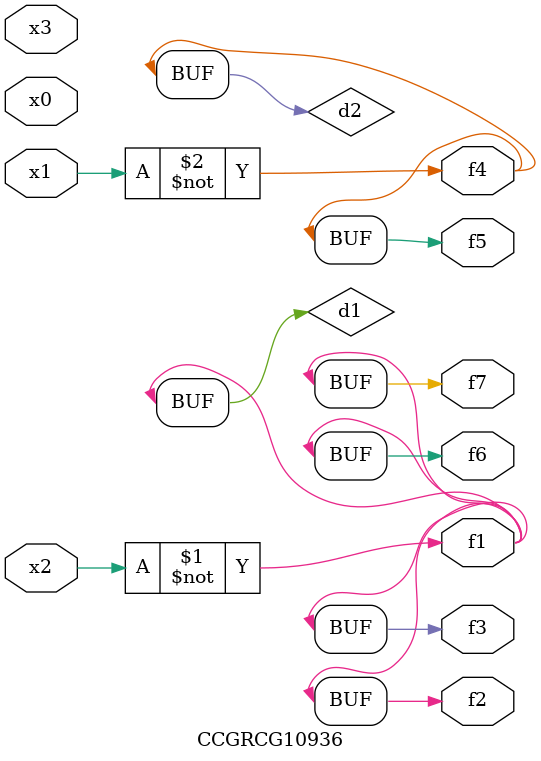
<source format=v>
module CCGRCG10936(
	input x0, x1, x2, x3,
	output f1, f2, f3, f4, f5, f6, f7
);

	wire d1, d2;

	xnor (d1, x2);
	not (d2, x1);
	assign f1 = d1;
	assign f2 = d1;
	assign f3 = d1;
	assign f4 = d2;
	assign f5 = d2;
	assign f6 = d1;
	assign f7 = d1;
endmodule

</source>
